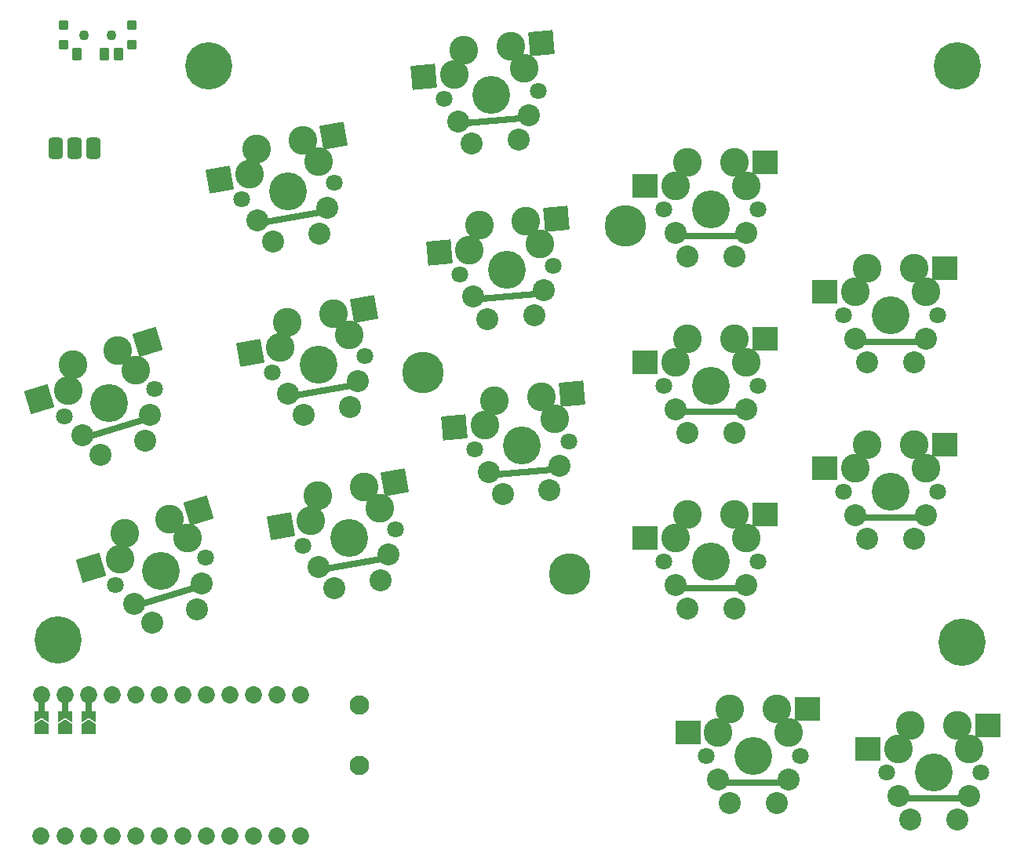
<source format=gbr>
%TF.GenerationSoftware,KiCad,Pcbnew,(6.0.4)*%
%TF.CreationDate,2022-09-04T01:45:43+02:00*%
%TF.ProjectId,wizza,77697a7a-612e-46b6-9963-61645f706362,v1.0.0*%
%TF.SameCoordinates,Original*%
%TF.FileFunction,Soldermask,Bot*%
%TF.FilePolarity,Negative*%
%FSLAX46Y46*%
G04 Gerber Fmt 4.6, Leading zero omitted, Abs format (unit mm)*
G04 Created by KiCad (PCBNEW (6.0.4)) date 2022-09-04 01:45:43*
%MOMM*%
%LPD*%
G01*
G04 APERTURE LIST*
G04 Aperture macros list*
%AMRoundRect*
0 Rectangle with rounded corners*
0 $1 Rounding radius*
0 $2 $3 $4 $5 $6 $7 $8 $9 X,Y pos of 4 corners*
0 Add a 4 corners polygon primitive as box body*
4,1,4,$2,$3,$4,$5,$6,$7,$8,$9,$2,$3,0*
0 Add four circle primitives for the rounded corners*
1,1,$1+$1,$2,$3*
1,1,$1+$1,$4,$5*
1,1,$1+$1,$6,$7*
1,1,$1+$1,$8,$9*
0 Add four rect primitives between the rounded corners*
20,1,$1+$1,$2,$3,$4,$5,0*
20,1,$1+$1,$4,$5,$6,$7,0*
20,1,$1+$1,$6,$7,$8,$9,0*
20,1,$1+$1,$8,$9,$2,$3,0*%
%AMFreePoly0*
4,1,16,0.685355,0.785355,0.700000,0.750000,0.691603,0.722265,0.210093,0.000000,0.691603,-0.722265,0.699029,-0.759806,0.677735,-0.791603,0.650000,-0.800000,-0.500000,-0.800000,-0.535355,-0.785355,-0.550000,-0.750000,-0.550000,0.750000,-0.535355,0.785355,-0.500000,0.800000,0.650000,0.800000,0.685355,0.785355,0.685355,0.785355,$1*%
%AMFreePoly1*
4,1,16,0.535355,0.785355,0.550000,0.750000,0.550000,-0.750000,0.535355,-0.785355,0.500000,-0.800000,-0.500000,-0.800000,-0.535355,-0.785355,-0.541603,-0.777735,-1.041603,-0.027735,-1.049029,0.009806,-1.041603,0.027735,-0.541603,0.777735,-0.509806,0.799029,-0.500000,0.800000,0.500000,0.800000,0.535355,0.785355,0.535355,0.785355,$1*%
G04 Aperture macros list end*
%ADD10C,3.100000*%
%ADD11C,4.087800*%
%ADD12C,1.801800*%
%ADD13RoundRect,0.050000X-1.275000X-1.250000X1.275000X-1.250000X1.275000X1.250000X-1.275000X1.250000X0*%
%ADD14C,2.386000*%
%ADD15RoundRect,0.197609X3.662391X0.147609X-3.662391X0.147609X-3.662391X-0.147609X3.662391X-0.147609X0*%
%ADD16RoundRect,0.050000X-1.161204X-1.356367X1.379093X-1.134120X1.161204X1.356367X-1.379093X1.134120X0*%
%ADD17RoundRect,0.197609X3.635590X0.466246X-3.661319X-0.172151X-3.635590X-0.466246X3.661319X0.172151X0*%
%ADD18RoundRect,0.050000X-1.038570X-1.452411X1.472690X-1.009608X1.038570X1.452411X-1.472690X1.009608X0*%
%ADD19RoundRect,0.197609X3.581119X0.781334X-3.632383X-0.490601X-3.581119X-0.781334X3.632383X0.490601X0*%
%ADD20RoundRect,0.050000X-0.853824X-1.568155X1.584753X-0.822607X0.853824X1.568155X-1.584753X0.822607X0*%
%ADD21RoundRect,0.197609X3.459205X1.211939X-3.545519X-0.929620X-3.459205X-1.211939X3.545519X0.929620X0*%
%ADD22RoundRect,0.050000X-0.250000X-0.762000X0.250000X-0.762000X0.250000X0.762000X-0.250000X0.762000X0*%
%ADD23C,1.852600*%
%ADD24FreePoly0,270.000000*%
%ADD25FreePoly1,270.000000*%
%ADD26C,4.500000*%
%ADD27C,5.100000*%
%ADD28RoundRect,0.050000X-0.450000X-0.450000X0.450000X-0.450000X0.450000X0.450000X-0.450000X0.450000X0*%
%ADD29C,1.100000*%
%ADD30RoundRect,0.050000X-0.450000X-0.625000X0.450000X-0.625000X0.450000X0.625000X-0.450000X0.625000X0*%
%ADD31RoundRect,0.425000X-0.375000X-0.750000X0.375000X-0.750000X0.375000X0.750000X-0.375000X0.750000X0*%
%ADD32C,2.100000*%
G04 APERTURE END LIST*
D10*
%TO.C,S13*%
X286705601Y-86846367D03*
D11*
X290515601Y-89386367D03*
D12*
X295595601Y-89386367D03*
X285435601Y-89386367D03*
D10*
X293055601Y-84306367D03*
X294325601Y-86846367D03*
X287975601Y-84306367D03*
D13*
X283430601Y-86846367D03*
D14*
X293055601Y-94466367D03*
X287975601Y-94466367D03*
X286705601Y-91926367D03*
X294325601Y-91926367D03*
D15*
X290465601Y-92226367D03*
D13*
X296357601Y-84306367D03*
%TD*%
D10*
%TO.C,S7*%
X245073947Y-82307446D03*
D11*
X249090824Y-84505717D03*
D12*
X254151493Y-84062966D03*
X244030155Y-84948468D03*
D10*
X251178407Y-79223672D03*
X252664950Y-81643319D03*
X246117738Y-79666424D03*
D16*
X241811409Y-82592881D03*
D14*
X252063910Y-89345010D03*
X247003241Y-89787762D03*
X245516698Y-87368115D03*
X253107701Y-86703988D03*
D17*
X249288537Y-87339268D03*
D16*
X254467842Y-78935884D03*
%TD*%
D10*
%TO.C,S8*%
X243417988Y-63379747D03*
D11*
X247434865Y-65578018D03*
D12*
X252495534Y-65135267D03*
X242374196Y-66020769D03*
D10*
X249522448Y-60295973D03*
X251008991Y-62715620D03*
X244461779Y-60738725D03*
D16*
X240155450Y-63665182D03*
D14*
X250407951Y-70417311D03*
X245347282Y-70860063D03*
X243860739Y-68440416D03*
X251451742Y-67776289D03*
D17*
X247632578Y-68411569D03*
D16*
X252811883Y-60008185D03*
%TD*%
D10*
%TO.C,S4*%
X224633237Y-92848685D03*
D11*
X228826421Y-94688497D03*
D12*
X233829244Y-93806364D03*
X223823598Y-95570630D03*
D10*
X230445700Y-89244607D03*
X232137472Y-91525486D03*
X225442877Y-90126740D03*
D18*
X221407992Y-93417383D03*
D14*
X232209965Y-99250254D03*
X227207142Y-100132387D03*
X225515370Y-97851508D03*
X233019605Y-96528309D03*
D19*
X229270341Y-97494033D03*
D18*
X233697535Y-88671221D03*
%TD*%
D10*
%TO.C,S1*%
X207380041Y-115673763D03*
D11*
X211766186Y-116988841D03*
D12*
X216624214Y-115503593D03*
X206908158Y-118474089D03*
D10*
X212709952Y-111388189D03*
X214667083Y-113445891D03*
X207851924Y-112873437D03*
D20*
X204248143Y-116631280D03*
D14*
X215680448Y-121104245D03*
X210822420Y-122589493D03*
X208865289Y-120531791D03*
X216152331Y-118303919D03*
D21*
X212548706Y-119719365D03*
D20*
X215867670Y-110422777D03*
%TD*%
D10*
%TO.C,S9*%
X267305601Y-113446367D03*
D11*
X271115601Y-115986367D03*
D12*
X276195601Y-115986367D03*
X266035601Y-115986367D03*
D10*
X273655601Y-110906367D03*
X274925601Y-113446367D03*
X268575601Y-110906367D03*
D13*
X264030601Y-113446367D03*
D14*
X273655601Y-121066367D03*
X268575601Y-121066367D03*
X267305601Y-118526367D03*
X274925601Y-118526367D03*
D15*
X271065601Y-118826367D03*
D13*
X276957601Y-110906367D03*
%TD*%
D10*
%TO.C,S12*%
X286705601Y-105846367D03*
D11*
X290515601Y-108386367D03*
D12*
X295595601Y-108386367D03*
X285435601Y-108386367D03*
D10*
X293055601Y-103306367D03*
X294325601Y-105846367D03*
X287975601Y-103306367D03*
D13*
X283430601Y-105846367D03*
D14*
X293055601Y-113466367D03*
X287975601Y-113466367D03*
X286705601Y-110926367D03*
X294325601Y-110926367D03*
D15*
X290465601Y-111226367D03*
D13*
X296357601Y-103306367D03*
%TD*%
D10*
%TO.C,S14*%
X271930601Y-134446367D03*
D11*
X275740601Y-136986367D03*
D12*
X280820601Y-136986367D03*
X270660601Y-136986367D03*
D10*
X278280601Y-131906367D03*
X279550601Y-134446367D03*
X273200601Y-131906367D03*
D13*
X268655601Y-134446367D03*
D14*
X278280601Y-142066367D03*
X273200601Y-142066367D03*
X271930601Y-139526367D03*
X279550601Y-139526367D03*
D15*
X275690601Y-139826367D03*
D13*
X281582601Y-131906367D03*
%TD*%
D10*
%TO.C,S3*%
X227932553Y-111560032D03*
D11*
X232125737Y-113399844D03*
D12*
X237128560Y-112517711D03*
X227122914Y-114281977D03*
D10*
X233745016Y-107955954D03*
X235436788Y-110236833D03*
X228742193Y-108838087D03*
D18*
X224707308Y-112128730D03*
D14*
X235509281Y-117961601D03*
X230506458Y-118843734D03*
X228814686Y-116562855D03*
X236318921Y-115239656D03*
D19*
X232569657Y-116205380D03*
D18*
X236996851Y-107382568D03*
%TD*%
D10*
%TO.C,S6*%
X246729907Y-101235145D03*
D11*
X250746784Y-103433416D03*
D12*
X255807453Y-102990665D03*
X245686115Y-103876167D03*
D10*
X252834367Y-98151371D03*
X254320910Y-100571018D03*
X247773698Y-98594123D03*
D16*
X243467369Y-101520580D03*
D14*
X253719870Y-108272709D03*
X248659201Y-108715461D03*
X247172658Y-106295814D03*
X254763661Y-105631687D03*
D17*
X250944497Y-106266967D03*
D16*
X256123802Y-97863583D03*
%TD*%
D10*
%TO.C,S15*%
X291330601Y-136156367D03*
D11*
X295140601Y-138696367D03*
D12*
X300220601Y-138696367D03*
X290060601Y-138696367D03*
D10*
X297680601Y-133616367D03*
X298950601Y-136156367D03*
X292600601Y-133616367D03*
D13*
X288055601Y-136156367D03*
D14*
X297680601Y-143776367D03*
X292600601Y-143776367D03*
X291330601Y-141236367D03*
X298950601Y-141236367D03*
D15*
X295090601Y-141536367D03*
D13*
X300982601Y-133616367D03*
%TD*%
D10*
%TO.C,S11*%
X267305601Y-75446367D03*
D11*
X271115601Y-77986367D03*
D12*
X276195601Y-77986367D03*
X266035601Y-77986367D03*
D10*
X273655601Y-72906367D03*
X274925601Y-75446367D03*
X268575601Y-72906367D03*
D13*
X264030601Y-75446367D03*
D14*
X273655601Y-83066367D03*
X268575601Y-83066367D03*
X267305601Y-80526367D03*
X274925601Y-80526367D03*
D15*
X271065601Y-80826367D03*
D13*
X276957601Y-72906367D03*
%TD*%
D10*
%TO.C,S2*%
X201824978Y-97503972D03*
D11*
X206211123Y-98819050D03*
D12*
X211069151Y-97333802D03*
X201353095Y-100304298D03*
D10*
X207154889Y-93218398D03*
X209112020Y-95276100D03*
X202296861Y-94703646D03*
D20*
X198693080Y-98461489D03*
D14*
X210125385Y-102934454D03*
X205267357Y-104419702D03*
X203310226Y-102362000D03*
X210597268Y-100134128D03*
D21*
X206993643Y-101549574D03*
D20*
X210312607Y-92252986D03*
%TD*%
D10*
%TO.C,S5*%
X221333922Y-74137338D03*
D11*
X225527106Y-75977150D03*
D12*
X230529929Y-75095017D03*
X220524283Y-76859283D03*
D10*
X227146385Y-70533260D03*
X228838157Y-72814139D03*
X222143562Y-71415393D03*
D18*
X218108677Y-74706036D03*
D14*
X228910650Y-80538907D03*
X223907827Y-81421040D03*
X222216055Y-79140161D03*
X229720290Y-77816962D03*
D19*
X225971026Y-78782686D03*
D18*
X230398220Y-69959874D03*
%TD*%
D10*
%TO.C,S10*%
X267305601Y-94446367D03*
D11*
X271115601Y-96986367D03*
D12*
X276195601Y-96986367D03*
X266035601Y-96986367D03*
D10*
X273655601Y-91906367D03*
X274925601Y-94446367D03*
X268575601Y-91906367D03*
D13*
X264030601Y-94446367D03*
D14*
X273655601Y-102066367D03*
X268575601Y-102066367D03*
X267305601Y-99526367D03*
X274925601Y-99526367D03*
D15*
X271065601Y-99826367D03*
D13*
X276957601Y-91906367D03*
%TD*%
D22*
%TO.C,MCU1*%
X203962000Y-131717523D03*
D23*
X198798254Y-145574000D03*
X198882000Y-130334000D03*
D22*
X201422000Y-131717523D03*
D23*
X201422000Y-145574000D03*
X203962000Y-130334000D03*
X201422000Y-130334000D03*
D24*
X198882000Y-132667523D03*
X201422000Y-132667523D03*
D22*
X198882000Y-131717523D03*
D23*
X203962000Y-145574000D03*
D24*
X203962000Y-132667523D03*
D25*
X198882000Y-134117523D03*
X201422000Y-134117523D03*
X203962000Y-134117523D03*
D23*
X206502000Y-145574000D03*
X209042000Y-145574000D03*
X211582000Y-145574000D03*
X214122000Y-145574000D03*
X216662000Y-145574000D03*
X219202000Y-145574000D03*
X221742000Y-145574000D03*
X224282000Y-145574000D03*
X226822000Y-145574000D03*
X206502000Y-130334000D03*
X209042000Y-130334000D03*
X211582000Y-130334000D03*
X214122000Y-130334000D03*
X216662000Y-130334000D03*
X219202000Y-130334000D03*
X221742000Y-130334000D03*
X224282000Y-130334000D03*
X226822000Y-130334000D03*
%TD*%
D26*
%TO.C,*%
X255913847Y-117348000D03*
X261874000Y-79717074D03*
X240078461Y-95552461D03*
%TD*%
D27*
%TO.C,*%
X200660000Y-124460000D03*
%TD*%
D28*
%TO.C,T2*%
X208650615Y-58006416D03*
X201250615Y-58006416D03*
X208650615Y-60206416D03*
X201250615Y-60206416D03*
D29*
X203450615Y-59106416D03*
X206450615Y-59106416D03*
D30*
X202700615Y-61181416D03*
X205700615Y-61181416D03*
X207200615Y-61181416D03*
%TD*%
D27*
%TO.C,*%
X297688000Y-62484000D03*
%TD*%
%TO.C,*%
X216916000Y-62484000D03*
%TD*%
%TO.C,*%
X298196000Y-124714000D03*
%TD*%
D31*
%TO.C,PAD1*%
X204470000Y-71374000D03*
X202470000Y-71374000D03*
X200470000Y-71374000D03*
%TD*%
D32*
%TO.C,B1*%
X233172000Y-137954000D03*
X233172000Y-131454000D03*
%TD*%
M02*

</source>
